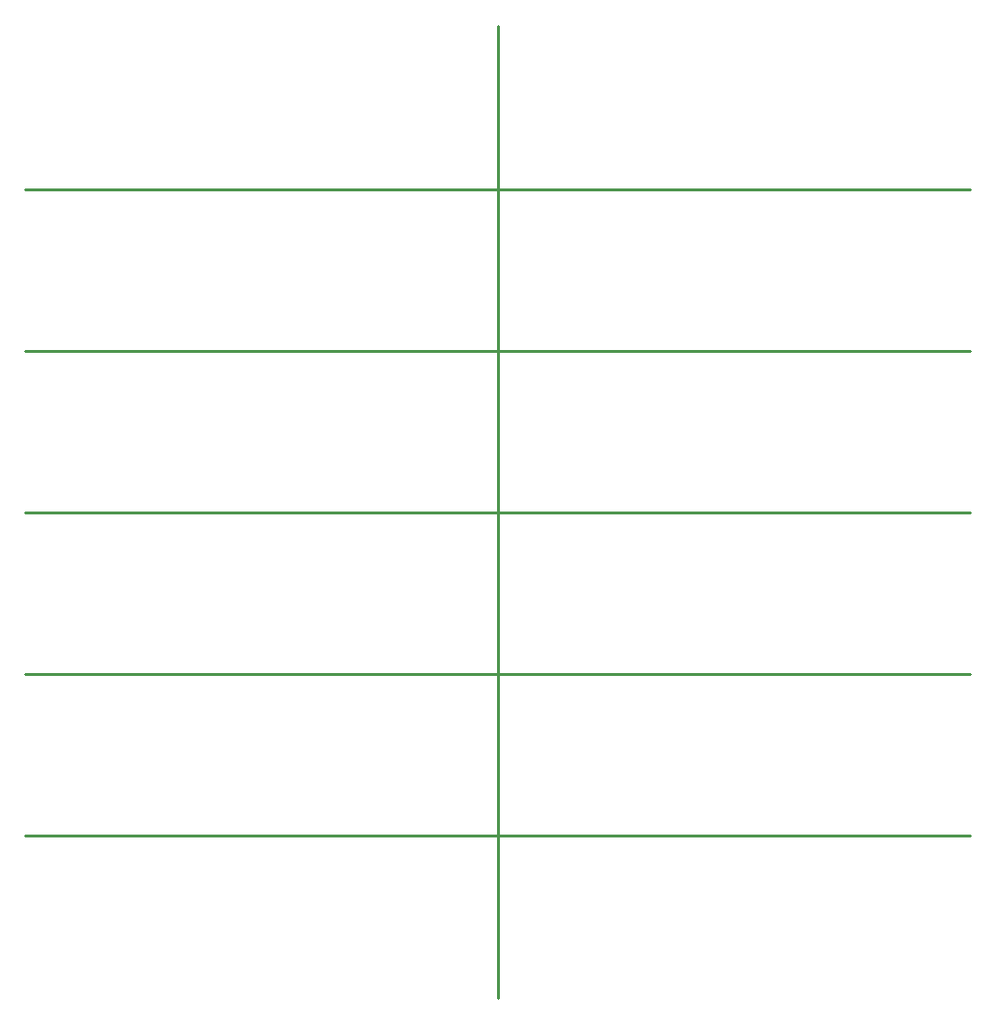
<source format=gm1>
G04 Layer_Color=16711935*
%FSLAX25Y25*%
%MOIN*%
G70*
G01*
G75*
%ADD17C,0.01000*%
D17*
X-20500Y280000D02*
X307000D01*
X-20500Y224000D02*
X307000D01*
X-20500Y168000D02*
X307000D01*
X-20500Y112000D02*
X307000D01*
X-20500Y56000D02*
X307000D01*
X143500Y-500D02*
Y336500D01*
M02*

</source>
